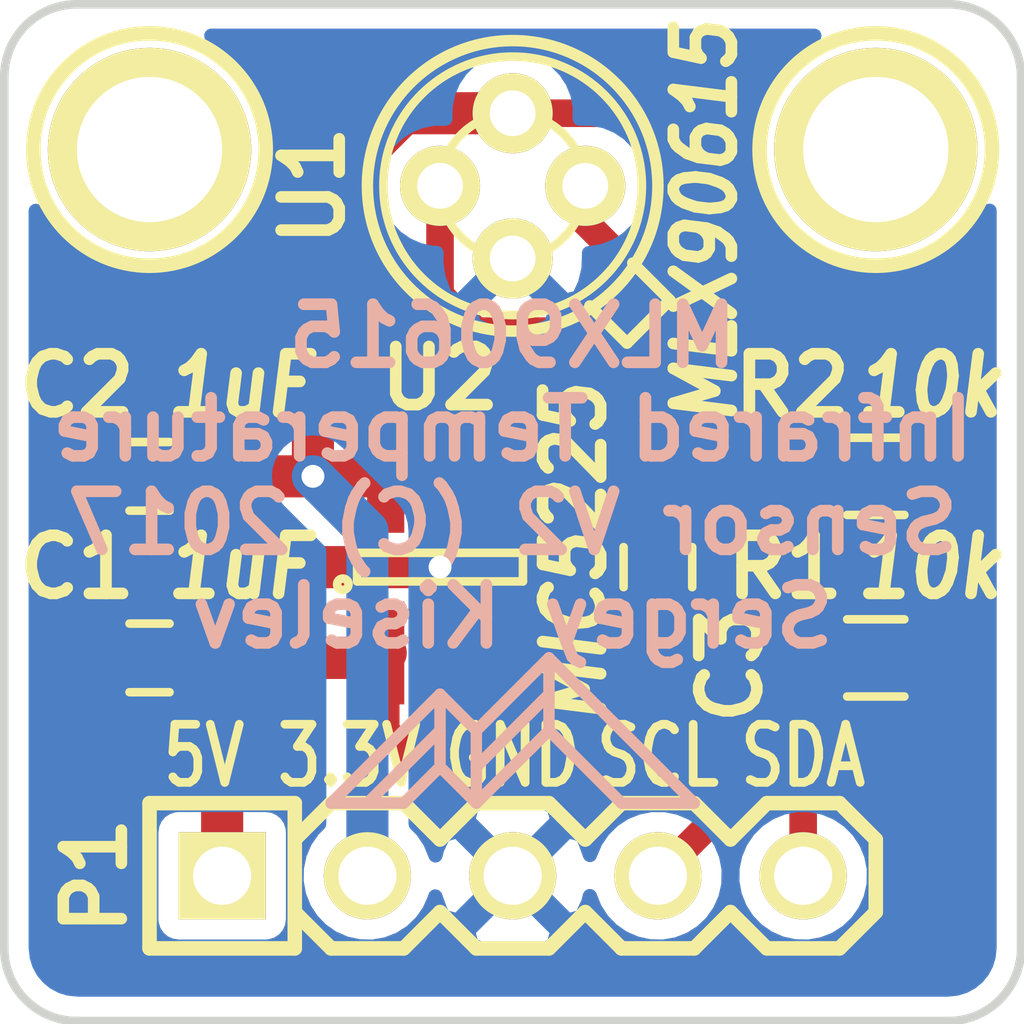
<source format=kicad_pcb>
(kicad_pcb (version 4) (host pcbnew 4.0.1-stable)

  (general
    (links 18)
    (no_connects 0)
    (area 126.924999 76.124999 144.855001 94.055001)
    (thickness 1.6)
    (drawings 29)
    (tracks 60)
    (zones 0)
    (modules 10)
    (nets 9)
  )

  (page A4)
  (layers
    (0 F.Cu signal)
    (31 B.Cu signal)
    (32 B.Adhes user)
    (33 F.Adhes user)
    (34 B.Paste user)
    (35 F.Paste user)
    (36 B.SilkS user)
    (37 F.SilkS user)
    (38 B.Mask user)
    (39 F.Mask user)
    (40 Dwgs.User user)
    (41 Cmts.User user)
    (42 Eco1.User user)
    (43 Eco2.User user)
    (44 Edge.Cuts user)
    (45 Margin user)
    (46 B.CrtYd user)
    (47 F.CrtYd user)
    (48 B.Fab user)
    (49 F.Fab user)
  )

  (setup
    (last_trace_width 0.7366)
    (user_trace_width 0.4826)
    (user_trace_width 0.7366)
    (trace_clearance 0.2)
    (zone_clearance 0.35)
    (zone_45_only no)
    (trace_min 0.2)
    (segment_width 0.2)
    (edge_width 0.15)
    (via_size 0.6)
    (via_drill 0.4)
    (via_min_size 0.4)
    (via_min_drill 0.3)
    (uvia_size 0.3)
    (uvia_drill 0.1)
    (uvias_allowed no)
    (uvia_min_size 0.2)
    (uvia_min_drill 0.1)
    (pcb_text_width 0.3)
    (pcb_text_size 1.5 1.5)
    (mod_edge_width 0.15)
    (mod_text_size 1 1)
    (mod_text_width 0.15)
    (pad_size 1.524 1.524)
    (pad_drill 0.762)
    (pad_to_mask_clearance 0.2)
    (aux_axis_origin 0 0)
    (visible_elements 7FFFFFFF)
    (pcbplotparams
      (layerselection 0x00030_80000001)
      (usegerberextensions false)
      (excludeedgelayer true)
      (linewidth 0.100000)
      (plotframeref false)
      (viasonmask false)
      (mode 1)
      (useauxorigin false)
      (hpglpennumber 1)
      (hpglpenspeed 20)
      (hpglpendiameter 15)
      (hpglpenoverlay 2)
      (psnegative false)
      (psa4output false)
      (plotreference true)
      (plotvalue true)
      (plotinvisibletext false)
      (padsonsilk false)
      (subtractmaskfromsilk false)
      (outputformat 1)
      (mirror false)
      (drillshape 1)
      (scaleselection 1)
      (outputdirectory ""))
  )

  (net 0 "")
  (net 1 +5V)
  (net 2 GND)
  (net 3 +3V3)
  (net 4 "Net-(C3-Pad1)")
  (net 5 "Net-(HOLE1-Pad1)")
  (net 6 "Net-(HOLE2-Pad1)")
  (net 7 /SCL)
  (net 8 /SDA)

  (net_class Default "This is the default net class."
    (clearance 0.2)
    (trace_width 0.25)
    (via_dia 0.6)
    (via_drill 0.4)
    (uvia_dia 0.3)
    (uvia_drill 0.1)
    (add_net +3V3)
    (add_net +5V)
    (add_net /SCL)
    (add_net /SDA)
    (add_net GND)
    (add_net "Net-(C3-Pad1)")
    (add_net "Net-(HOLE1-Pad1)")
    (add_net "Net-(HOLE2-Pad1)")
  )

  (module Capacitors_SMD:C_0603_HandSoldering (layer F.Cu) (tedit 5A384CF4) (tstamp 5875AD78)
    (at 129.54 87.63 180)
    (descr "Capacitor SMD 0603, hand soldering")
    (tags "capacitor 0603")
    (path /58757B70)
    (attr smd)
    (fp_text reference C1 (at 1.27 1.5875 180) (layer F.SilkS)
      (effects (font (size 1.016 1.016) (thickness 0.2032)))
    )
    (fp_text value 1uF (at -1.5875 1.5875 180) (layer F.SilkS)
      (effects (font (size 1.016 0.9144) (thickness 0.2032) italic))
    )
    (fp_line (start -1.85 -0.75) (end 1.85 -0.75) (layer F.CrtYd) (width 0.05))
    (fp_line (start -1.85 0.75) (end 1.85 0.75) (layer F.CrtYd) (width 0.05))
    (fp_line (start -1.85 -0.75) (end -1.85 0.75) (layer F.CrtYd) (width 0.05))
    (fp_line (start 1.85 -0.75) (end 1.85 0.75) (layer F.CrtYd) (width 0.05))
    (fp_line (start -0.35 -0.6) (end 0.35 -0.6) (layer F.SilkS) (width 0.15))
    (fp_line (start 0.35 0.6) (end -0.35 0.6) (layer F.SilkS) (width 0.15))
    (pad 1 smd rect (at -0.95 0 180) (size 1.2 0.75) (layers F.Cu F.Paste F.Mask)
      (net 1 +5V))
    (pad 2 smd rect (at 0.95 0 180) (size 1.2 0.75) (layers F.Cu F.Paste F.Mask)
      (net 2 GND))
    (model Capacitors_SMD.3dshapes/C_0603_HandSoldering.wrl
      (at (xyz 0 0 0))
      (scale (xyz 1 1 1))
      (rotate (xyz 0 0 0))
    )
  )

  (module Capacitors_SMD:C_0603_HandSoldering (layer F.Cu) (tedit 5A384CE3) (tstamp 5875AD7E)
    (at 129.54 84.455 180)
    (descr "Capacitor SMD 0603, hand soldering")
    (tags "capacitor 0603")
    (path /58757BB5)
    (attr smd)
    (fp_text reference C2 (at 1.27 1.5875 180) (layer F.SilkS)
      (effects (font (size 1.016 1.016) (thickness 0.2032)))
    )
    (fp_text value 1uF (at -1.5875 1.5875 180) (layer F.SilkS)
      (effects (font (size 1.016 0.9144) (thickness 0.2032) italic))
    )
    (fp_line (start -1.85 -0.75) (end 1.85 -0.75) (layer F.CrtYd) (width 0.05))
    (fp_line (start -1.85 0.75) (end 1.85 0.75) (layer F.CrtYd) (width 0.05))
    (fp_line (start -1.85 -0.75) (end -1.85 0.75) (layer F.CrtYd) (width 0.05))
    (fp_line (start 1.85 -0.75) (end 1.85 0.75) (layer F.CrtYd) (width 0.05))
    (fp_line (start -0.35 -0.6) (end 0.35 -0.6) (layer F.SilkS) (width 0.15))
    (fp_line (start 0.35 0.6) (end -0.35 0.6) (layer F.SilkS) (width 0.15))
    (pad 1 smd rect (at -0.95 0 180) (size 1.2 0.75) (layers F.Cu F.Paste F.Mask)
      (net 3 +3V3))
    (pad 2 smd rect (at 0.95 0 180) (size 1.2 0.75) (layers F.Cu F.Paste F.Mask)
      (net 2 GND))
    (model Capacitors_SMD.3dshapes/C_0603_HandSoldering.wrl
      (at (xyz 0 0 0))
      (scale (xyz 1 1 1))
      (rotate (xyz 0 0 0))
    )
  )

  (module Capacitors_SMD:C_0603_HandSoldering (layer F.Cu) (tedit 5A3860A4) (tstamp 5875AD84)
    (at 138.43 86.0425 270)
    (descr "Capacitor SMD 0603, hand soldering")
    (tags "capacitor 0603")
    (path /58759246)
    (attr smd)
    (fp_text reference C3 (at 1.7145 -1.27 270) (layer F.SilkS)
      (effects (font (size 1.016 1.016) (thickness 0.2032)))
    )
    (fp_text value DNP (at 0 -7.62 270) (layer F.SilkS) hide
      (effects (font (size 1.016 0.9144) (thickness 0.2032) italic))
    )
    (fp_line (start -1.85 -0.75) (end 1.85 -0.75) (layer F.CrtYd) (width 0.05))
    (fp_line (start -1.85 0.75) (end 1.85 0.75) (layer F.CrtYd) (width 0.05))
    (fp_line (start -1.85 -0.75) (end -1.85 0.75) (layer F.CrtYd) (width 0.05))
    (fp_line (start 1.85 -0.75) (end 1.85 0.75) (layer F.CrtYd) (width 0.05))
    (fp_line (start -0.35 -0.6) (end 0.35 -0.6) (layer F.SilkS) (width 0.15))
    (fp_line (start 0.35 0.6) (end -0.35 0.6) (layer F.SilkS) (width 0.15))
    (pad 1 smd rect (at -0.95 0 270) (size 1.2 0.75) (layers F.Cu F.Paste F.Mask)
      (net 4 "Net-(C3-Pad1)"))
    (pad 2 smd rect (at 0.95 0 270) (size 1.2 0.75) (layers F.Cu F.Paste F.Mask)
      (net 2 GND))
    (model Capacitors_SMD.3dshapes/C_0603_HandSoldering.wrl
      (at (xyz 0 0 0))
      (scale (xyz 1 1 1))
      (rotate (xyz 0 0 0))
    )
  )

  (module my_components:Hole_2.5mm (layer F.Cu) (tedit 5A38488C) (tstamp 5875AD89)
    (at 129.54 78.74)
    (descr "Mounting Hole, 2.5mm")
    (tags "HOLE 2.5MM")
    (path /58757CFE)
    (fp_text reference HOLE1 (at 0 -5.08) (layer F.SilkS) hide
      (effects (font (size 1.016 1.016) (thickness 0.2032)))
    )
    (fp_text value M2.5 (at 0 -3.4925) (layer F.SilkS) hide
      (effects (font (size 1.016 0.9144) (thickness 0.2032) italic))
    )
    (fp_circle (center 0 0) (end 0 -2.032) (layer F.SilkS) (width 0.254))
    (pad 1 thru_hole circle (at 0 0) (size 3.556 3.556) (drill 2.54) (layers *.Cu *.Mask F.SilkS)
      (net 5 "Net-(HOLE1-Pad1)"))
  )

  (module my_components:Hole_2.5mm (layer F.Cu) (tedit 5A384893) (tstamp 5875AD8E)
    (at 142.24 78.74)
    (descr "Mounting Hole, 2.5mm")
    (tags "HOLE 2.5MM")
    (path /58757D29)
    (fp_text reference HOLE2 (at 0 -5.08) (layer F.SilkS) hide
      (effects (font (size 1.016 1.016) (thickness 0.2032)))
    )
    (fp_text value M2.5 (at 0 -3.4925) (layer F.SilkS) hide
      (effects (font (size 1.016 0.9144) (thickness 0.2032) italic))
    )
    (fp_circle (center 0 0) (end 0 -2.032) (layer F.SilkS) (width 0.254))
    (pad 1 thru_hole circle (at 0 0) (size 3.556 3.556) (drill 2.54) (layers *.Cu *.Mask F.SilkS)
      (net 6 "Net-(HOLE2-Pad1)"))
  )

  (module my_components:Conn_Pin_Header_5x1_2.54mm (layer F.Cu) (tedit 5A383928) (tstamp 5875AD97)
    (at 135.89 91.44)
    (descr "Pin Header, 5x1, 2.54mm pitch")
    (tags "CONN 5x1")
    (path /58757E22)
    (fp_text reference P1 (at -7.3025 0 90) (layer F.SilkS)
      (effects (font (size 1.016 1.016) (thickness 0.2032)))
    )
    (fp_text value CONN_01X05 (at 0 3.4925) (layer F.SilkS) hide
      (effects (font (size 1.016 0.9144) (thickness 0.2032) italic))
    )
    (fp_line (start -3.81 -1.27) (end -3.81 1.27) (layer F.SilkS) (width 0.254))
    (fp_line (start 3.81 -0.635) (end 4.445 -1.27) (layer F.SilkS) (width 0.254))
    (fp_line (start 4.445 -1.27) (end 5.715 -1.27) (layer F.SilkS) (width 0.254))
    (fp_line (start 5.715 -1.27) (end 6.35 -0.635) (layer F.SilkS) (width 0.254))
    (fp_line (start 6.35 -0.635) (end 6.35 0.635) (layer F.SilkS) (width 0.254))
    (fp_line (start 6.35 0.635) (end 5.715 1.27) (layer F.SilkS) (width 0.254))
    (fp_line (start 5.715 1.27) (end 4.445 1.27) (layer F.SilkS) (width 0.254))
    (fp_line (start 4.445 1.27) (end 3.81 0.635) (layer F.SilkS) (width 0.254))
    (fp_line (start -6.35 1.27) (end -6.35 -1.27) (layer F.SilkS) (width 0.254))
    (fp_line (start -6.35 -1.27) (end -3.81 -1.27) (layer F.SilkS) (width 0.254))
    (fp_line (start -3.81 -0.635) (end -3.175 -1.27) (layer F.SilkS) (width 0.254))
    (fp_line (start -3.175 -1.27) (end -1.905 -1.27) (layer F.SilkS) (width 0.254))
    (fp_line (start -1.905 -1.27) (end -1.27 -0.635) (layer F.SilkS) (width 0.254))
    (fp_line (start -1.27 -0.635) (end -0.635 -1.27) (layer F.SilkS) (width 0.254))
    (fp_line (start -0.635 -1.27) (end 0.635 -1.27) (layer F.SilkS) (width 0.254))
    (fp_line (start 0.635 -1.27) (end 1.27 -0.635) (layer F.SilkS) (width 0.254))
    (fp_line (start 1.27 -0.635) (end 1.905 -1.27) (layer F.SilkS) (width 0.254))
    (fp_line (start 1.905 -1.27) (end 3.175 -1.27) (layer F.SilkS) (width 0.254))
    (fp_line (start 3.175 -1.27) (end 3.81 -0.635) (layer F.SilkS) (width 0.254))
    (fp_line (start 3.81 0.635) (end 3.175 1.27) (layer F.SilkS) (width 0.254))
    (fp_line (start 3.175 1.27) (end 1.905 1.27) (layer F.SilkS) (width 0.254))
    (fp_line (start 1.905 1.27) (end 1.27 0.635) (layer F.SilkS) (width 0.254))
    (fp_line (start 1.27 0.635) (end 0.635 1.27) (layer F.SilkS) (width 0.254))
    (fp_line (start 0.635 1.27) (end -0.635 1.27) (layer F.SilkS) (width 0.254))
    (fp_line (start -0.635 1.27) (end -1.27 0.635) (layer F.SilkS) (width 0.254))
    (fp_line (start -1.27 0.635) (end -1.905 1.27) (layer F.SilkS) (width 0.254))
    (fp_line (start -1.905 1.27) (end -3.175 1.27) (layer F.SilkS) (width 0.254))
    (fp_line (start -3.175 1.27) (end -3.81 0.635) (layer F.SilkS) (width 0.254))
    (fp_line (start -3.81 1.27) (end -6.35 1.27) (layer F.SilkS) (width 0.254))
    (pad 1 thru_hole rect (at -5.08 0) (size 1.524 1.524) (drill 1.016) (layers *.Cu *.Mask F.SilkS)
      (net 1 +5V))
    (pad 2 thru_hole circle (at -2.54 0) (size 1.524 1.524) (drill 1.016) (layers *.Cu *.Mask F.SilkS)
      (net 3 +3V3))
    (pad 3 thru_hole circle (at 0 0) (size 1.524 1.524) (drill 1.016) (layers *.Cu *.Mask F.SilkS)
      (net 2 GND))
    (pad 4 thru_hole circle (at 2.54 0) (size 1.524 1.524) (drill 1.016) (layers *.Cu *.Mask F.SilkS)
      (net 7 /SCL))
    (pad 5 thru_hole circle (at 5.08 0) (size 1.524 1.524) (drill 1.016) (layers *.Cu *.Mask F.SilkS)
      (net 8 /SDA))
    (model pin_array/pins_array_8x2.wrl
      (at (xyz 0 0 0))
      (scale (xyz 1 1 1))
      (rotate (xyz 0 0 0))
    )
  )

  (module Resistors_SMD:R_0603_HandSoldering (layer F.Cu) (tedit 5A384D20) (tstamp 5875AD9D)
    (at 142.24 87.63 180)
    (descr "Resistor SMD 0603, hand soldering")
    (tags "resistor 0603")
    (path /58757C28)
    (attr smd)
    (fp_text reference R1 (at 1.5875 1.5875 180) (layer F.SilkS)
      (effects (font (size 1.016 1.016) (thickness 0.2032)))
    )
    (fp_text value 10k (at -0.9525 1.5875 180) (layer F.SilkS)
      (effects (font (size 1.016 0.9144) (thickness 0.2032) italic))
    )
    (fp_line (start -2 -0.8) (end 2 -0.8) (layer F.CrtYd) (width 0.05))
    (fp_line (start -2 0.8) (end 2 0.8) (layer F.CrtYd) (width 0.05))
    (fp_line (start -2 -0.8) (end -2 0.8) (layer F.CrtYd) (width 0.05))
    (fp_line (start 2 -0.8) (end 2 0.8) (layer F.CrtYd) (width 0.05))
    (fp_line (start 0.5 0.675) (end -0.5 0.675) (layer F.SilkS) (width 0.15))
    (fp_line (start -0.5 -0.675) (end 0.5 -0.675) (layer F.SilkS) (width 0.15))
    (pad 1 smd rect (at -1.1 0 180) (size 1.2 0.9) (layers F.Cu F.Paste F.Mask)
      (net 3 +3V3))
    (pad 2 smd rect (at 1.1 0 180) (size 1.2 0.9) (layers F.Cu F.Paste F.Mask)
      (net 8 /SDA))
    (model Resistors_SMD.3dshapes/R_0603_HandSoldering.wrl
      (at (xyz 0 0 0))
      (scale (xyz 1 1 1))
      (rotate (xyz 0 0 0))
    )
  )

  (module Resistors_SMD:R_0603_HandSoldering (layer F.Cu) (tedit 5A384D31) (tstamp 5875ADA3)
    (at 142.24 84.455 180)
    (descr "Resistor SMD 0603, hand soldering")
    (tags "resistor 0603")
    (path /58757C61)
    (attr smd)
    (fp_text reference R2 (at 1.4605 1.5875 180) (layer F.SilkS)
      (effects (font (size 1.016 1.016) (thickness 0.2032)))
    )
    (fp_text value 10k (at -0.9525 1.5875 180) (layer F.SilkS)
      (effects (font (size 1.016 0.9144) (thickness 0.2032) italic))
    )
    (fp_line (start -2 -0.8) (end 2 -0.8) (layer F.CrtYd) (width 0.05))
    (fp_line (start -2 0.8) (end 2 0.8) (layer F.CrtYd) (width 0.05))
    (fp_line (start -2 -0.8) (end -2 0.8) (layer F.CrtYd) (width 0.05))
    (fp_line (start 2 -0.8) (end 2 0.8) (layer F.CrtYd) (width 0.05))
    (fp_line (start 0.5 0.675) (end -0.5 0.675) (layer F.SilkS) (width 0.15))
    (fp_line (start -0.5 -0.675) (end 0.5 -0.675) (layer F.SilkS) (width 0.15))
    (pad 1 smd rect (at -1.1 0 180) (size 1.2 0.9) (layers F.Cu F.Paste F.Mask)
      (net 3 +3V3))
    (pad 2 smd rect (at 1.1 0 180) (size 1.2 0.9) (layers F.Cu F.Paste F.Mask)
      (net 7 /SCL))
    (model Resistors_SMD.3dshapes/R_0603_HandSoldering.wrl
      (at (xyz 0 0 0))
      (scale (xyz 1 1 1))
      (rotate (xyz 0 0 0))
    )
  )

  (module my_components:IC_SOT23-5_Hand_Soldering (layer F.Cu) (tedit 5A385F92) (tstamp 5875ADB4)
    (at 134.62 86.0425 90)
    (descr "5-pin SOT23 package - Hand Soldering")
    (tags IC_SOT23-5_Hand_Soldering)
    (path /5A3836BA)
    (attr smd)
    (fp_text reference U2 (at 3.302 0 180) (layer F.SilkS)
      (effects (font (size 1.016 1.016) (thickness 0.2032)))
    )
    (fp_text value MIC5225 (at 0.254 2.3495 90) (layer F.SilkS)
      (effects (font (size 1.016 0.9144) (thickness 0.2032) italic))
    )
    (fp_line (start -1.8 -1.6) (end 1.8 -1.6) (layer F.CrtYd) (width 0.05))
    (fp_line (start 1.8 -1.6) (end 1.8 1.6) (layer F.CrtYd) (width 0.05))
    (fp_line (start 1.8 1.6) (end -1.8 1.6) (layer F.CrtYd) (width 0.05))
    (fp_line (start -1.8 1.6) (end -1.8 -1.6) (layer F.CrtYd) (width 0.05))
    (fp_circle (center -0.3 -1.7) (end -0.2 -1.7) (layer F.SilkS) (width 0.15))
    (fp_line (start 0.25 -1.45) (end -0.25 -1.45) (layer F.SilkS) (width 0.15))
    (fp_line (start 0.25 1.45) (end 0.25 -1.45) (layer F.SilkS) (width 0.15))
    (fp_line (start -0.25 1.45) (end 0.25 1.45) (layer F.SilkS) (width 0.15))
    (fp_line (start -0.25 -1.45) (end -0.25 1.45) (layer F.SilkS) (width 0.15))
    (pad 1 smd rect (at -1.5 -0.95 90) (size 1.8 0.65) (layers F.Cu F.Paste F.Mask)
      (net 1 +5V))
    (pad 2 smd rect (at -1.5 0 90) (size 1.8 0.65) (layers F.Cu F.Paste F.Mask)
      (net 2 GND))
    (pad 3 smd rect (at -1.5 0.95 90) (size 1.8 0.65) (layers F.Cu F.Paste F.Mask)
      (net 1 +5V))
    (pad 4 smd rect (at 1.5 0.95 90) (size 1.8 0.65) (layers F.Cu F.Paste F.Mask)
      (net 4 "Net-(C3-Pad1)"))
    (pad 5 smd rect (at 1.5 -0.95 90) (size 1.8 0.65) (layers F.Cu F.Paste F.Mask)
      (net 3 +3V3))
    (model TO_SOT_Packages_SMD.3dshapes/SOT-23-5.wrl
      (at (xyz 0 0 0))
      (scale (xyz 1 1 1))
      (rotate (xyz 0 0 0))
    )
  )

  (module my_components:IC_TO-46-4 (layer F.Cu) (tedit 5A384D28) (tstamp 5A383A33)
    (at 135.89 79.375 90)
    (descr TO-46-4)
    (tags "TO-46-4, TO-46, 4Pin")
    (path /58757ACF)
    (fp_text reference U1 (at 0 -3.4925 90) (layer F.SilkS)
      (effects (font (size 1.016 1.016) (thickness 0.2032)))
    )
    (fp_text value MLX90615 (at -0.635 3.3655 90) (layer F.SilkS)
      (effects (font (size 1.016 0.9144) (thickness 0.2032) italic))
    )
    (fp_line (start -2.75 2) (end -2.1 1.35) (layer F.SilkS) (width 0.2))
    (fp_line (start -2 2.75) (end -1.35 2.1) (layer F.SilkS) (width 0.2))
    (fp_line (start -2.75 2) (end -2 2.75) (layer F.SilkS) (width 0.2))
    (fp_circle (center 0 0) (end 2.26 0) (layer F.SilkS) (width 0.15))
    (fp_circle (center 0 0) (end -2.54 0) (layer F.SilkS) (width 0.2))
    (fp_circle (center 0 0) (end 1.27 0) (layer F.SilkS) (width 0.15))
    (pad 1 thru_hole circle (at 0 1.27 90) (size 1.4 1.4) (drill 0.8) (layers *.Cu *.Mask F.SilkS)
      (net 8 /SDA))
    (pad 2 thru_hole circle (at 1.27 0 90) (size 1.4 1.4) (drill 0.8) (layers *.Cu *.Mask F.SilkS)
      (net 3 +3V3))
    (pad 3 thru_hole circle (at 0 -1.27 90) (size 1.4 1.4) (drill 0.8) (layers *.Cu *.Mask F.SilkS)
      (net 7 /SCL))
    (pad 4 thru_hole circle (at -1.27 0 90) (size 1.4 1.4) (drill 0.8) (layers *.Cu *.Mask F.SilkS)
      (net 2 GND))
  )

  (gr_line (start 136.525 88.265) (end 135.255 89.535) (angle 90) (layer B.SilkS) (width 0.2))
  (gr_line (start 134.62 88.9) (end 133.35 90.17) (angle 90) (layer B.SilkS) (width 0.2))
  (gr_line (start 134.62 88.265) (end 134.62 89.535) (angle 90) (layer B.SilkS) (width 0.2))
  (gr_line (start 135.255 88.9) (end 135.255 90.17) (angle 90) (layer B.SilkS) (width 0.2))
  (gr_line (start 136.525 87.63) (end 136.525 88.9) (angle 90) (layer B.SilkS) (width 0.2))
  (gr_line (start 137.795 90.17) (end 139.065 90.17) (angle 90) (layer B.SilkS) (width 0.2))
  (gr_line (start 136.525 88.9) (end 137.795 90.17) (angle 90) (layer B.SilkS) (width 0.2))
  (gr_line (start 135.255 90.17) (end 136.525 88.9) (angle 90) (layer B.SilkS) (width 0.2))
  (gr_line (start 134.62 89.535) (end 135.255 90.17) (angle 90) (layer B.SilkS) (width 0.2))
  (gr_line (start 133.985 90.17) (end 134.62 89.535) (angle 90) (layer B.SilkS) (width 0.2))
  (gr_line (start 132.715 90.17) (end 133.985 90.17) (angle 90) (layer B.SilkS) (width 0.2))
  (gr_line (start 134.62 88.265) (end 132.715 90.17) (angle 90) (layer B.SilkS) (width 0.2))
  (gr_line (start 135.255 88.9) (end 134.62 88.265) (angle 90) (layer B.SilkS) (width 0.2))
  (gr_line (start 136.525 87.63) (end 135.255 88.9) (angle 90) (layer B.SilkS) (width 0.2))
  (gr_line (start 139.065 90.17) (end 136.525 87.63) (angle 90) (layer B.SilkS) (width 0.2))
  (gr_text "MLX90615\nInfrared Temperature\nSensor V2 (C) 2017\nSergey Kiselev" (at 135.89 84.455) (layer B.SilkS)
    (effects (font (size 1.016 1.016) (thickness 0.2032)) (justify mirror))
  )
  (gr_text SDA (at 140.97 89.3445) (layer F.SilkS)
    (effects (font (size 1.016 0.762) (thickness 0.1524)))
  )
  (gr_text SCL (at 138.43 89.3445) (layer F.SilkS)
    (effects (font (size 1.016 0.762) (thickness 0.1524)))
  )
  (gr_text GND (at 135.89 89.3445) (layer F.SilkS)
    (effects (font (size 1.016 0.762) (thickness 0.1524)))
  )
  (gr_text 3.3V (at 133.0325 89.3445) (layer F.SilkS)
    (effects (font (size 1.016 0.762) (thickness 0.1524)))
  )
  (gr_text 5V (at 130.4925 89.3445) (layer F.SilkS)
    (effects (font (size 1.016 0.762) (thickness 0.1524)))
  )
  (gr_line (start 127 77.47) (end 127 92.71) (angle 90) (layer Edge.Cuts) (width 0.15))
  (gr_line (start 144.78 77.47) (end 144.78 92.71) (angle 90) (layer Edge.Cuts) (width 0.15))
  (gr_line (start 143.51 76.2) (end 128.27 76.2) (angle 90) (layer Edge.Cuts) (width 0.15))
  (gr_line (start 128.27 93.98) (end 143.51 93.98) (angle 90) (layer Edge.Cuts) (width 0.15))
  (gr_arc (start 143.51 92.71) (end 144.78 92.71) (angle 90) (layer Edge.Cuts) (width 0.15))
  (gr_arc (start 128.27 92.71) (end 128.27 93.98) (angle 90) (layer Edge.Cuts) (width 0.15))
  (gr_arc (start 128.27 77.47) (end 127 77.47) (angle 90) (layer Edge.Cuts) (width 0.15))
  (gr_arc (start 143.51 77.47) (end 143.51 76.2) (angle 90) (layer Edge.Cuts) (width 0.15))

  (segment (start 133.67 87.5425) (end 133.67 88.9025) (width 0.4826) (layer F.Cu) (net 1))
  (segment (start 135.57 88.9025) (end 135.57 87.5425) (width 0.4826) (layer F.Cu) (net 1) (tstamp 5A383CE1))
  (segment (start 135.255 89.2175) (end 135.57 88.9025) (width 0.4826) (layer F.Cu) (net 1) (tstamp 5A383CE0))
  (segment (start 133.985 89.2175) (end 135.255 89.2175) (width 0.4826) (layer F.Cu) (net 1) (tstamp 5A383CDE))
  (segment (start 133.67 88.9025) (end 133.985 89.2175) (width 0.4826) (layer F.Cu) (net 1) (tstamp 5A383CDC))
  (segment (start 130.49 87.63) (end 133.5825 87.63) (width 0.7366) (layer F.Cu) (net 1))
  (segment (start 133.5825 87.63) (end 133.67 87.5425) (width 0.7366) (layer F.Cu) (net 1) (tstamp 5A383CD1))
  (segment (start 130.81 91.44) (end 130.81 87.95) (width 0.7366) (layer F.Cu) (net 1))
  (segment (start 130.81 87.95) (end 130.49 87.63) (width 0.7366) (layer F.Cu) (net 1) (tstamp 5A383C85))
  (segment (start 134.62 86.0425) (end 134.62 81.915) (width 0.4826) (layer B.Cu) (net 2))
  (segment (start 134.62 81.915) (end 135.89 80.645) (width 0.4826) (layer B.Cu) (net 2) (tstamp 5A383E1A))
  (segment (start 134.62 86.0425) (end 134.62 90.17) (width 0.4826) (layer B.Cu) (net 2))
  (segment (start 134.62 90.17) (end 135.89 91.44) (width 0.4826) (layer B.Cu) (net 2) (tstamp 5A383E16))
  (via (at 134.62 86.0425) (size 0.6) (drill 0.4) (layers F.Cu B.Cu) (net 2))
  (segment (start 128.5875 86.0425) (end 128.5875 87.6275) (width 0.7366) (layer F.Cu) (net 2))
  (segment (start 128.5875 87.6275) (end 128.59 87.63) (width 0.7366) (layer F.Cu) (net 2) (tstamp 5A383CA7))
  (segment (start 134.62 86.0425) (end 128.5875 86.0425) (width 0.7366) (layer F.Cu) (net 2))
  (segment (start 128.59 86.04) (end 128.59 84.455) (width 0.7366) (layer F.Cu) (net 2) (tstamp 5A383CA3))
  (segment (start 128.5875 86.0425) (end 128.59 86.04) (width 0.7366) (layer F.Cu) (net 2) (tstamp 5A383CA1))
  (segment (start 134.62 87.5425) (end 134.62 86.0425) (width 0.7366) (layer F.Cu) (net 2))
  (segment (start 137.1575 86.9925) (end 138.43 86.9925) (width 0.7366) (layer F.Cu) (net 2) (tstamp 5A383C9C))
  (segment (start 136.2075 86.0425) (end 137.1575 86.9925) (width 0.7366) (layer F.Cu) (net 2) (tstamp 5A383C9B))
  (segment (start 134.62 86.0425) (end 136.2075 86.0425) (width 0.7366) (layer F.Cu) (net 2) (tstamp 5A383C9A))
  (segment (start 135.89 78.105) (end 137.795 78.105) (width 0.4826) (layer F.Cu) (net 3))
  (segment (start 137.795 78.105) (end 138.43 78.74) (width 0.4826) (layer F.Cu) (net 3) (tstamp 5A383B07))
  (segment (start 143.34 83.65) (end 143.34 84.455) (width 0.4826) (layer F.Cu) (net 3) (tstamp 5A383B11))
  (segment (start 142.24 82.55) (end 143.34 83.65) (width 0.4826) (layer F.Cu) (net 3) (tstamp 5A383B0B))
  (segment (start 140.97 82.55) (end 142.24 82.55) (width 0.4826) (layer F.Cu) (net 3) (tstamp 5A383B0A))
  (segment (start 138.43 80.01) (end 140.97 82.55) (width 0.4826) (layer F.Cu) (net 3) (tstamp 5A383B09))
  (segment (start 138.43 78.74) (end 138.43 80.01) (width 0.4826) (layer F.Cu) (net 3) (tstamp 5A383B08))
  (segment (start 132.3975 84.455) (end 132.3975 79.6925) (width 0.7366) (layer F.Cu) (net 3))
  (segment (start 133.985 78.105) (end 135.89 78.105) (width 0.7366) (layer F.Cu) (net 3) (tstamp 5A383D6F))
  (segment (start 132.3975 79.6925) (end 133.985 78.105) (width 0.7366) (layer F.Cu) (net 3) (tstamp 5A383D6B))
  (segment (start 133.35 91.44) (end 133.35 85.4075) (width 0.7366) (layer B.Cu) (net 3))
  (via (at 132.3975 84.455) (size 0.6) (drill 0.4) (layers F.Cu B.Cu) (net 3))
  (segment (start 133.35 85.4075) (end 132.3975 84.455) (width 0.7366) (layer B.Cu) (net 3) (tstamp 5A383D06))
  (segment (start 130.49 84.455) (end 132.3975 84.455) (width 0.7366) (layer F.Cu) (net 3))
  (segment (start 132.3975 84.455) (end 133.5825 84.455) (width 0.7366) (layer F.Cu) (net 3) (tstamp 5A383D0E))
  (segment (start 133.5825 84.455) (end 133.67 84.5425) (width 0.7366) (layer F.Cu) (net 3) (tstamp 5A383C90))
  (segment (start 143.34 84.455) (end 143.34 87.63) (width 0.4826) (layer F.Cu) (net 3))
  (segment (start 138.43 85.0925) (end 137.48 85.0925) (width 0.4826) (layer F.Cu) (net 4))
  (segment (start 136.93 84.5425) (end 135.57 84.5425) (width 0.4826) (layer F.Cu) (net 4) (tstamp 5A383C80))
  (segment (start 137.48 85.0925) (end 136.93 84.5425) (width 0.4826) (layer F.Cu) (net 4) (tstamp 5A383C7F))
  (segment (start 141.14 84.455) (end 140.0175 84.455) (width 0.4826) (layer F.Cu) (net 7))
  (segment (start 138.43 91.44) (end 140.0175 89.8525) (width 0.4826) (layer F.Cu) (net 7))
  (segment (start 140.0175 89.8525) (end 140.0175 84.455) (width 0.4826) (layer F.Cu) (net 7) (tstamp 5A383B2B))
  (segment (start 140.0175 84.455) (end 140.0175 84.1375) (width 0.4826) (layer F.Cu) (net 7) (tstamp 5A383B3D))
  (segment (start 134.62 79.375) (end 134.62 81.28) (width 0.4826) (layer F.Cu) (net 7))
  (segment (start 137.795 81.915) (end 140.0175 84.1375) (width 0.4826) (layer F.Cu) (net 7) (tstamp 5A383B25))
  (segment (start 135.255 81.915) (end 137.795 81.915) (width 0.4826) (layer F.Cu) (net 7) (tstamp 5A383B21))
  (segment (start 134.62 81.28) (end 135.255 81.915) (width 0.4826) (layer F.Cu) (net 7) (tstamp 5A383B1C))
  (segment (start 137.16 79.375) (end 137.16 80.01) (width 0.4826) (layer F.Cu) (net 8))
  (segment (start 137.16 80.01) (end 140.6525 83.5025) (width 0.4826) (layer F.Cu) (net 8) (tstamp 5A383AFA))
  (segment (start 140.6525 83.5025) (end 141.9225 83.5025) (width 0.4826) (layer F.Cu) (net 8) (tstamp 5A383AFC))
  (segment (start 141.14 87.63) (end 141.14 87.1425) (width 0.4826) (layer F.Cu) (net 8))
  (segment (start 142.24 83.82) (end 141.9225 83.5025) (width 0.4826) (layer F.Cu) (net 8) (tstamp 5A383AD8))
  (segment (start 142.24 86.0425) (end 142.24 83.82) (width 0.4826) (layer F.Cu) (net 8) (tstamp 5A383AD7))
  (segment (start 141.14 87.1425) (end 142.24 86.0425) (width 0.4826) (layer F.Cu) (net 8) (tstamp 5A383AD6))
  (segment (start 140.97 91.44) (end 140.97 87.8) (width 0.4826) (layer F.Cu) (net 8))
  (segment (start 140.97 87.8) (end 141.14 87.63) (width 0.4826) (layer F.Cu) (net 8) (tstamp 5A383AD3))

  (zone (net 2) (net_name GND) (layer B.Cu) (tstamp 5A383D26) (hatch edge 0.508)
    (connect_pads (clearance 0.35))
    (min_thickness 0.25)
    (fill yes (arc_segments 32) (thermal_gap 0.508) (thermal_bridge_width 0.508))
    (polygon
      (pts
        (xy 144.78 93.98) (xy 127 93.98) (xy 127 76.2) (xy 144.78 76.2) (xy 144.78 93.98)
      )
    )
    (filled_polygon
      (pts
        (xy 140.821431 76.975656) (xy 140.505751 77.284792) (xy 140.256128 77.649357) (xy 140.082071 78.055465) (xy 139.990208 78.487645)
        (xy 139.984039 78.929438) (xy 140.063799 79.364016) (xy 140.226449 79.774824) (xy 140.465796 80.146217) (xy 140.772721 80.464047)
        (xy 141.135534 80.716209) (xy 141.540416 80.893098) (xy 141.971945 80.987976) (xy 142.413684 80.997229) (xy 142.848808 80.920505)
        (xy 143.260742 80.760726) (xy 143.633797 80.523978) (xy 143.953762 80.21928) (xy 144.20845 79.858235) (xy 144.23 79.809833)
        (xy 144.23 92.683101) (xy 144.2137 92.849337) (xy 144.173235 92.983364) (xy 144.107506 93.106982) (xy 144.019021 93.215476)
        (xy 143.911143 93.304721) (xy 143.78799 93.371309) (xy 143.654243 93.412711) (xy 143.489749 93.43) (xy 128.296899 93.43)
        (xy 128.130663 93.4137) (xy 127.996636 93.373235) (xy 127.873018 93.307506) (xy 127.764524 93.219021) (xy 127.675279 93.111143)
        (xy 127.608691 92.98799) (xy 127.567289 92.854243) (xy 127.55 92.689749) (xy 127.55 90.678) (xy 129.570702 90.678)
        (xy 129.570702 92.202) (xy 129.576734 92.277642) (xy 129.616465 92.405939) (xy 129.690366 92.518087) (xy 129.792585 92.605208)
        (xy 129.915028 92.660401) (xy 130.048 92.679298) (xy 131.572 92.679298) (xy 131.647642 92.673266) (xy 131.775939 92.633535)
        (xy 131.888087 92.559634) (xy 131.975208 92.457415) (xy 132.030401 92.334972) (xy 132.049298 92.202) (xy 132.049298 90.678)
        (xy 132.043266 90.602358) (xy 132.003535 90.474061) (xy 131.929634 90.361913) (xy 131.827415 90.274792) (xy 131.704972 90.219599)
        (xy 131.572 90.200702) (xy 130.048 90.200702) (xy 129.972358 90.206734) (xy 129.844061 90.246465) (xy 129.731913 90.320366)
        (xy 129.644792 90.422585) (xy 129.589599 90.545028) (xy 129.570702 90.678) (xy 127.55 90.678) (xy 127.55 84.446169)
        (xy 131.554246 84.446169) (xy 131.568591 84.610126) (xy 131.614508 84.768175) (xy 131.690249 84.914294) (xy 131.792929 85.04292)
        (xy 131.801197 85.051303) (xy 132.5067 85.756806) (xy 132.5067 90.5344) (xy 132.397818 90.641025) (xy 132.260764 90.841187)
        (xy 132.165198 91.064159) (xy 132.114761 91.301446) (xy 132.111374 91.54401) (xy 132.155166 91.782613) (xy 132.244469 92.008166)
        (xy 132.375881 92.212077) (xy 132.544397 92.386581) (xy 132.743598 92.525029) (xy 132.965897 92.622149) (xy 133.202826 92.674241)
        (xy 133.445361 92.679322) (xy 133.684263 92.637197) (xy 133.910434 92.549471) (xy 134.115258 92.419486) (xy 134.129671 92.40576)
        (xy 135.106673 92.40576) (xy 135.173931 92.645051) (xy 135.422784 92.761595) (xy 135.689593 92.82735) (xy 135.964102 92.83979)
        (xy 136.235764 92.798437) (xy 136.494138 92.70488) (xy 136.606069 92.645051) (xy 136.673327 92.40576) (xy 135.89 91.622434)
        (xy 135.106673 92.40576) (xy 134.129671 92.40576) (xy 134.290933 92.252192) (xy 134.430769 92.053962) (xy 134.529439 91.832347)
        (xy 134.536761 91.800119) (xy 134.62512 92.044138) (xy 134.684949 92.156069) (xy 134.92424 92.223327) (xy 135.707566 91.44)
        (xy 136.072434 91.44) (xy 136.85576 92.223327) (xy 137.095051 92.156069) (xy 137.211595 91.907216) (xy 137.239565 91.793724)
        (xy 137.324469 92.008166) (xy 137.455881 92.212077) (xy 137.624397 92.386581) (xy 137.823598 92.525029) (xy 138.045897 92.622149)
        (xy 138.282826 92.674241) (xy 138.525361 92.679322) (xy 138.764263 92.637197) (xy 138.990434 92.549471) (xy 139.195258 92.419486)
        (xy 139.370933 92.252192) (xy 139.510769 92.053962) (xy 139.609439 91.832347) (xy 139.663184 91.595787) (xy 139.663906 91.54401)
        (xy 139.731374 91.54401) (xy 139.775166 91.782613) (xy 139.864469 92.008166) (xy 139.995881 92.212077) (xy 140.164397 92.386581)
        (xy 140.363598 92.525029) (xy 140.585897 92.622149) (xy 140.822826 92.674241) (xy 141.065361 92.679322) (xy 141.304263 92.637197)
        (xy 141.530434 92.549471) (xy 141.735258 92.419486) (xy 141.910933 92.252192) (xy 142.050769 92.053962) (xy 142.149439 91.832347)
        (xy 142.203184 91.595787) (xy 142.207053 91.318706) (xy 142.159934 91.080738) (xy 142.067491 90.856454) (xy 141.933244 90.654397)
        (xy 141.762308 90.482264) (xy 141.561194 90.34661) (xy 141.337561 90.252603) (xy 141.099927 90.203824) (xy 140.857345 90.202131)
        (xy 140.619054 90.247587) (xy 140.39413 90.338462) (xy 140.191141 90.471295) (xy 140.017818 90.641025) (xy 139.880764 90.841187)
        (xy 139.785198 91.064159) (xy 139.734761 91.301446) (xy 139.731374 91.54401) (xy 139.663906 91.54401) (xy 139.667053 91.318706)
        (xy 139.619934 91.080738) (xy 139.527491 90.856454) (xy 139.393244 90.654397) (xy 139.222308 90.482264) (xy 139.021194 90.34661)
        (xy 138.797561 90.252603) (xy 138.559927 90.203824) (xy 138.317345 90.202131) (xy 138.079054 90.247587) (xy 137.85413 90.338462)
        (xy 137.651141 90.471295) (xy 137.477818 90.641025) (xy 137.340764 90.841187) (xy 137.245198 91.064159) (xy 137.242368 91.077475)
        (xy 137.15488 90.835862) (xy 137.095051 90.723931) (xy 136.85576 90.656673) (xy 136.072434 91.44) (xy 135.707566 91.44)
        (xy 134.92424 90.656673) (xy 134.684949 90.723931) (xy 134.568405 90.972784) (xy 134.540765 91.084936) (xy 134.539934 91.080738)
        (xy 134.447491 90.856454) (xy 134.313244 90.654397) (xy 134.1933 90.533613) (xy 134.1933 90.47424) (xy 135.106673 90.47424)
        (xy 135.89 91.257566) (xy 136.673327 90.47424) (xy 136.606069 90.234949) (xy 136.357216 90.118405) (xy 136.090407 90.05265)
        (xy 135.815898 90.04021) (xy 135.544236 90.081563) (xy 135.285862 90.17512) (xy 135.173931 90.234949) (xy 135.106673 90.47424)
        (xy 134.1933 90.47424) (xy 134.1933 85.4075) (xy 134.185699 85.329986) (xy 134.178909 85.252374) (xy 134.177672 85.248115)
        (xy 134.177239 85.243702) (xy 134.154721 85.169116) (xy 134.132992 85.094325) (xy 134.130952 85.09039) (xy 134.12967 85.086143)
        (xy 134.093103 85.017371) (xy 134.057251 84.948206) (xy 134.054483 84.944738) (xy 134.052402 84.940825) (xy 134.00318 84.880472)
        (xy 133.95457 84.81958) (xy 133.948485 84.81341) (xy 133.948381 84.813282) (xy 133.948262 84.813184) (xy 133.946303 84.811197)
        (xy 132.993803 83.858697) (xy 132.866624 83.754231) (xy 132.721576 83.676456) (xy 132.564184 83.628338) (xy 132.400444 83.611705)
        (xy 132.236591 83.627194) (xy 132.078867 83.674213) (xy 131.933279 83.750973) (xy 131.805374 83.854549) (xy 131.700023 83.980995)
        (xy 131.621238 84.125497) (xy 131.572021 84.282549) (xy 131.554246 84.446169) (xy 127.55 84.446169) (xy 127.55 81.566456)
        (xy 135.150978 81.566456) (xy 135.210714 81.799425) (xy 135.448983 81.909765) (xy 135.704201 81.971501) (xy 135.966558 81.982261)
        (xy 136.225974 81.941629) (xy 136.472478 81.85117) (xy 136.569286 81.799425) (xy 136.629022 81.566456) (xy 135.89 80.827434)
        (xy 135.150978 81.566456) (xy 127.55 81.566456) (xy 127.55 79.811368) (xy 127.765796 80.146217) (xy 128.072721 80.464047)
        (xy 128.435534 80.716209) (xy 128.840416 80.893098) (xy 129.271945 80.987976) (xy 129.713684 80.997229) (xy 130.148808 80.920505)
        (xy 130.560742 80.760726) (xy 130.933797 80.523978) (xy 131.253762 80.21928) (xy 131.50845 79.858235) (xy 131.679613 79.473797)
        (xy 133.443456 79.473797) (xy 133.485053 79.700441) (xy 133.569879 79.914689) (xy 133.694705 80.10838) (xy 133.854775 80.274137)
        (xy 134.043991 80.405646) (xy 134.255148 80.497898) (xy 134.480202 80.547379) (xy 134.559814 80.549047) (xy 134.552739 80.721558)
        (xy 134.593371 80.980974) (xy 134.68383 81.227478) (xy 134.735575 81.324286) (xy 134.968544 81.384022) (xy 135.707566 80.645)
        (xy 135.693424 80.630858) (xy 135.875858 80.448424) (xy 135.89 80.462566) (xy 135.904142 80.448424) (xy 136.086576 80.630858)
        (xy 136.072434 80.645) (xy 136.811456 81.384022) (xy 137.044425 81.324286) (xy 137.154765 81.086017) (xy 137.216501 80.830799)
        (xy 137.227261 80.568442) (xy 137.224633 80.551661) (xy 137.250581 80.552205) (xy 137.47751 80.512192) (xy 137.692344 80.428863)
        (xy 137.886902 80.305392) (xy 138.053773 80.146484) (xy 138.1866 79.95819) (xy 138.280324 79.747682) (xy 138.331375 79.522979)
        (xy 138.33505 79.259785) (xy 138.290293 79.033744) (xy 138.202483 78.820702) (xy 138.074965 78.628772) (xy 137.912597 78.465267)
        (xy 137.721562 78.336412) (xy 137.509138 78.247117) (xy 137.283415 78.200783) (xy 137.062125 78.199238) (xy 137.06505 77.989785)
        (xy 137.020293 77.763744) (xy 136.932483 77.550702) (xy 136.804965 77.358772) (xy 136.642597 77.195267) (xy 136.451562 77.066412)
        (xy 136.239138 76.977117) (xy 136.013415 76.930783) (xy 135.782991 76.929174) (xy 135.556644 76.972352) (xy 135.342993 77.058673)
        (xy 135.150178 77.184847) (xy 134.985543 77.34607) (xy 134.855358 77.536201) (xy 134.764582 77.747996) (xy 134.716673 77.97339)
        (xy 134.713501 78.200574) (xy 134.512991 78.199174) (xy 134.286644 78.242352) (xy 134.072993 78.328673) (xy 133.880178 78.454847)
        (xy 133.715543 78.61607) (xy 133.585358 78.806201) (xy 133.494582 79.017996) (xy 133.446673 79.24339) (xy 133.443456 79.473797)
        (xy 131.679613 79.473797) (xy 131.688161 79.454598) (xy 131.786049 79.023742) (xy 131.793096 78.519082) (xy 131.707277 78.085661)
        (xy 131.538906 77.677163) (xy 131.294398 77.309148) (xy 130.983065 76.995634) (xy 130.618896 76.75) (xy 141.16627 76.75)
      )
    )
  )
)

</source>
